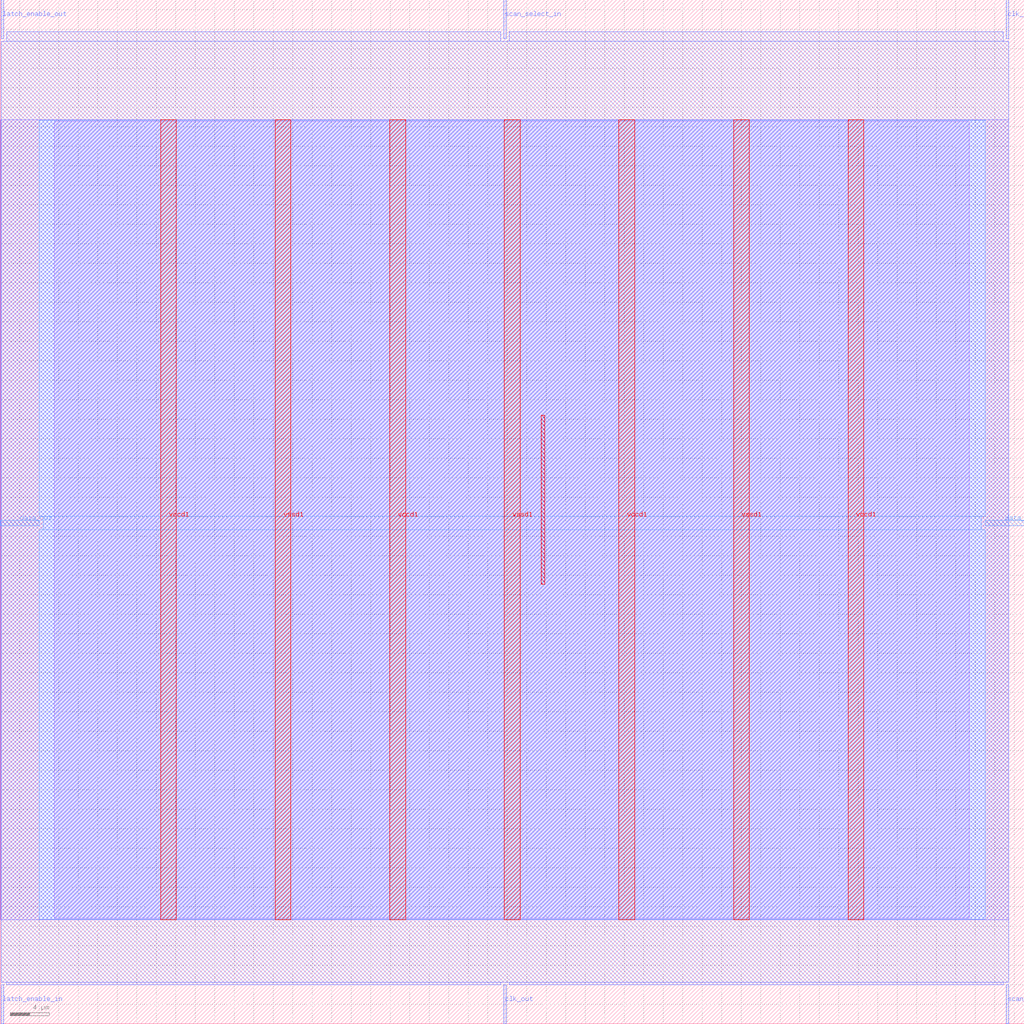
<source format=lef>
VERSION 5.7 ;
  NOWIREEXTENSIONATPIN ON ;
  DIVIDERCHAR "/" ;
  BUSBITCHARS "[]" ;
MACRO scan_wrapper_341569483755749970
  CLASS BLOCK ;
  FOREIGN scan_wrapper_341569483755749970 ;
  ORIGIN 0.000 0.000 ;
  SIZE 105.000 BY 105.000 ;
  PIN clk_in
    DIRECTION INPUT ;
    USE SIGNAL ;
    PORT
      LAYER met2 ;
        RECT 103.130 101.000 103.410 105.000 ;
    END
  END clk_in
  PIN clk_out
    DIRECTION OUTPUT TRISTATE ;
    USE SIGNAL ;
    PORT
      LAYER met2 ;
        RECT 51.610 0.000 51.890 4.000 ;
    END
  END clk_out
  PIN data_in
    DIRECTION INPUT ;
    USE SIGNAL ;
    PORT
      LAYER met3 ;
        RECT 101.000 51.040 105.000 51.640 ;
    END
  END data_in
  PIN data_out
    DIRECTION OUTPUT TRISTATE ;
    USE SIGNAL ;
    PORT
      LAYER met3 ;
        RECT 0.000 51.040 4.000 51.640 ;
    END
  END data_out
  PIN latch_enable_in
    DIRECTION INPUT ;
    USE SIGNAL ;
    PORT
      LAYER met2 ;
        RECT 0.090 0.000 0.370 4.000 ;
    END
  END latch_enable_in
  PIN latch_enable_out
    DIRECTION OUTPUT TRISTATE ;
    USE SIGNAL ;
    PORT
      LAYER met2 ;
        RECT 0.090 101.000 0.370 105.000 ;
    END
  END latch_enable_out
  PIN scan_select_in
    DIRECTION INPUT ;
    USE SIGNAL ;
    PORT
      LAYER met2 ;
        RECT 51.610 101.000 51.890 105.000 ;
    END
  END scan_select_in
  PIN scan_select_out
    DIRECTION OUTPUT TRISTATE ;
    USE SIGNAL ;
    PORT
      LAYER met2 ;
        RECT 103.130 0.000 103.410 4.000 ;
    END
  END scan_select_out
  PIN vccd1
    DIRECTION INOUT ;
    USE POWER ;
    PORT
      LAYER met4 ;
        RECT 16.465 10.640 18.065 92.720 ;
    END
    PORT
      LAYER met4 ;
        RECT 39.955 10.640 41.555 92.720 ;
    END
    PORT
      LAYER met4 ;
        RECT 63.445 10.640 65.045 92.720 ;
    END
    PORT
      LAYER met4 ;
        RECT 86.935 10.640 88.535 92.720 ;
    END
  END vccd1
  PIN vssd1
    DIRECTION INOUT ;
    USE GROUND ;
    PORT
      LAYER met4 ;
        RECT 28.210 10.640 29.810 92.720 ;
    END
    PORT
      LAYER met4 ;
        RECT 51.700 10.640 53.300 92.720 ;
    END
    PORT
      LAYER met4 ;
        RECT 75.190 10.640 76.790 92.720 ;
    END
  END vssd1
  OBS
      LAYER li1 ;
        RECT 5.520 10.795 99.360 92.565 ;
      LAYER met1 ;
        RECT 0.070 10.640 103.430 92.720 ;
      LAYER met2 ;
        RECT 0.650 100.720 51.330 101.730 ;
        RECT 52.170 100.720 102.850 101.730 ;
        RECT 0.100 4.280 103.400 100.720 ;
        RECT 0.650 4.000 51.330 4.280 ;
        RECT 52.170 4.000 102.850 4.280 ;
      LAYER met3 ;
        RECT 4.000 52.040 101.000 92.645 ;
        RECT 4.400 50.640 100.600 52.040 ;
        RECT 4.000 10.715 101.000 50.640 ;
      LAYER met4 ;
        RECT 55.495 45.055 55.825 62.385 ;
  END
END scan_wrapper_341569483755749970
END LIBRARY


</source>
